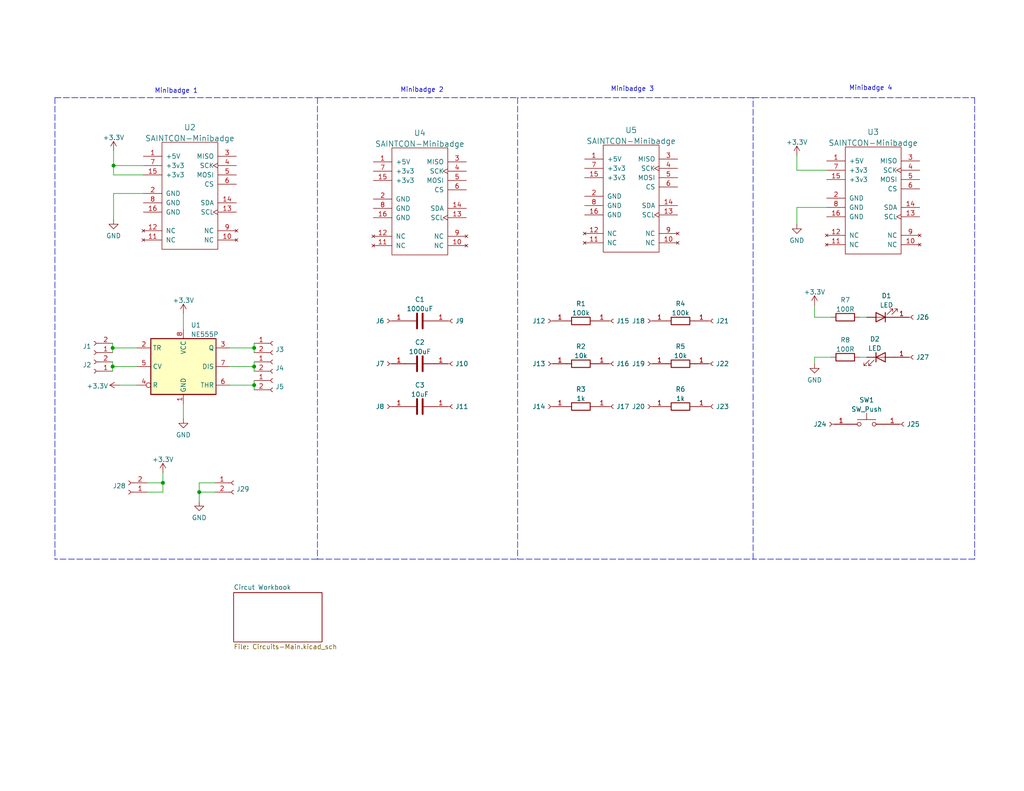
<source format=kicad_sch>
(kicad_sch (version 20211123) (generator eeschema)
  (paper "USLetter")
  (title_block (title "SAINTCON HHC MiniBadges 2022") (date "2022-09-26") (rev "v1.0") (company "@hamster"))
  (lib_symbols
    (symbol "Connector:Conn_01x01_Female" (pin_names (offset 1.016) hide)
      (property "Reference" "J" (at 0 2.54 0))
      (property "Value" "Conn_01x01_Female" (at 0 -2.54 0))
      (symbol "Conn_01x01_Female_1_1"
        (polyline (pts (xy -1.27 0) (xy -0.508 0)) (stroke (width 0.1524)))
        (arc (start 0 0.508) (mid -0.508 0) (end 0 -0.508) (stroke (width 0.1524)))
        (pin passive line (at -5.08 0 0) (length 3.81) (name "Pin_1") (number "1"))
      )
    )
    (symbol "Connector:Conn_01x02_Female" (pin_names (offset 1.016) hide)
      (property "Reference" "J" (at 0 2.54 0))
      (property "Value" "Conn_01x02_Female" (at 0 -5.08 0))
      (symbol "Conn_01x02_Female_1_1"
        (arc (start 0 -2.032) (mid -0.508 -2.54) (end 0 -3.048) (stroke (width 0.1524)))
        (polyline (pts (xy -1.27 -2.54) (xy -0.508 -2.54)) (stroke (width 0.1524)))
        (polyline (pts (xy -1.27 0) (xy -0.508 0)) (stroke (width 0.1524)))
        (arc (start 0 0.508) (mid -0.508 0) (end 0 -0.508) (stroke (width 0.1524)))
        (pin passive line (at -5.08 0 0) (length 3.81) (name "Pin_1") (number "1"))
        (pin passive line (at -5.08 -2.54 0) (length 3.81) (name "Pin_2") (number "2"))
      )
    )
    (symbol "Device:C" (pin_numbers hide) (pin_names (offset 0.254))
      (property "Reference" "C" (at 0.635 2.54 0))
      (property "Value" "C" (at 0.635 -2.54 0))
      (symbol "C_0_1"
        (polyline (pts (xy -2.032 -0.762) (xy 2.032 -0.762)) (stroke (width 0.508)))
        (polyline (pts (xy -2.032 0.762) (xy 2.032 0.762)) (stroke (width 0.508)))
      )
      (symbol "C_1_1"
        (pin passive line (at 0 3.81 270) (length 2.794) (name "~") (number "1"))
        (pin passive line (at 0 -3.81 90) (length 2.794) (name "~") (number "2"))
      )
    )
    (symbol "Device:LED" (pin_numbers hide) (pin_names (offset 1.016) hide)
      (property "Reference" "D" (at 0 2.54 0))
      (property "Value" "LED" (at 0 -2.54 0))
      (symbol "LED_0_1"
        (polyline (pts (xy -1.27 -1.27) (xy -1.27 1.27)) (stroke (width 0.254)))
        (polyline (pts (xy -1.27 0) (xy 1.27 0)))
        (polyline (pts (xy 1.27 -1.27) (xy 1.27 1.27) (xy -1.27 0) (xy 1.27 -1.27)) (stroke (width 0.254)))
        (polyline (pts (xy -3.048 -0.762) (xy -4.572 -2.286) (xy -3.81 -2.286) (xy -4.572 -2.286) (xy -4.572 -1.524)))
        (polyline (pts (xy -1.778 -0.762) (xy -3.302 -2.286) (xy -2.54 -2.286) (xy -3.302 -2.286) (xy -3.302 -1.524)))
      )
      (symbol "LED_1_1"
        (pin passive line (at -3.81 0 0) (length 2.54) (name "K") (number "1"))
        (pin passive line (at 3.81 0 180) (length 2.54) (name "A") (number "2"))
      )
    )
    (symbol "Device:R" (pin_numbers hide) (pin_names (offset 0))
      (property "Reference" "R" (at 2.032 0 90))
      (property "Value" "R" (at 0 0 90))
      (symbol "R_0_1"
        (rectangle (start -1.016 -2.54) (end 1.016 2.54) (stroke (width 0.254)))
      )
      (symbol "R_1_1"
        (pin passive line (at 0 3.81 270) (length 1.27) (name "~") (number "1"))
        (pin passive line (at 0 -3.81 90) (length 1.27) (name "~") (number "2"))
      )
    )
    (symbol "Switch:SW_Push" (pin_numbers hide) (pin_names (offset 1.016) hide)
      (property "Reference" "SW" (at 1.27 2.54 0))
      (property "Value" "SW_Push" (at 0 -1.524 0))
      (symbol "SW_Push_0_1"
        (circle (center -2.032 0) (radius 0.508))
        (polyline (pts (xy 0 1.27) (xy 0 3.048)))
        (polyline (pts (xy 2.54 1.27) (xy -2.54 1.27)))
        (circle (center 2.032 0) (radius 0.508))
        (pin passive line (at -5.08 0 0) (length 2.54) (name "1") (number "1"))
        (pin passive line (at 5.08 0 180) (length 2.54) (name "2") (number "2"))
      )
    )
    (symbol "Timer:NE555P"
      (property "Reference" "U" (at -10.16 8.89 0))
      (property "Value" "NE555P" (at 2.54 8.89 0))
      (symbol "NE555P_0_0"
        (pin power_in line (at 0 -10.16 90) (length 2.54) (name "GND") (number "1"))
        (pin power_in line (at 0 10.16 270) (length 2.54) (name "VCC") (number "8"))
      )
      (symbol "NE555P_0_1"
        (rectangle (start -8.89 -7.62) (end 8.89 7.62) (stroke (width 0.254)) (fill (type background)))
        (rectangle (start -8.89 -7.62) (end 8.89 7.62) (stroke (width 0.254)) (fill (type background)))
      )
      (symbol "NE555P_1_1"
        (pin input line (at -12.7 5.08 0) (length 3.81) (name "TR") (number "2"))
        (pin output line (at 12.7 5.08 180) (length 3.81) (name "Q") (number "3"))
        (pin input inverted (at -12.7 -5.08 0) (length 3.81) (name "R") (number "4"))
        (pin input line (at -12.7 0 0) (length 3.81) (name "CV") (number "5"))
        (pin input line (at 12.7 -5.08 180) (length 3.81) (name "THR") (number "6"))
        (pin input line (at 12.7 0 180) (length 3.81) (name "DIS") (number "7"))
      )
    )
    (symbol "power:+3.3V" (power) (pin_names (offset 0))
      (property "Value" "+3.3V" (at 0 3.556 0))
      (symbol "+3.3V_0_1"
        (polyline (pts (xy -0.762 1.27) (xy 0 2.54)))
        (polyline (pts (xy 0 0) (xy 0 2.54)))
        (polyline (pts (xy 0 2.54) (xy 0.762 1.27)))
      )
      (symbol "+3.3V_1_1"
        (pin power_in line (at 0 0 90) (length 0) hide (name "+3.3V") (number "1"))
      )
    )
    (symbol "power:GND" (power) (pin_names (offset 0))
      (property "Value" "GND" (at 0 -3.81 0))
      (symbol "GND_0_1"
        (polyline (pts (xy 0 0) (xy 0 -1.27) (xy 1.27 -1.27) (xy 0 -2.54) (xy -1.27 -1.27) (xy 0 -1.27)))
      )
      (symbol "GND_1_1"
        (pin power_in line (at 0 0 270) (length 0) hide (name "GND") (number "1"))
      )
    )
    (symbol "saintcon-minibadge:SAINTCON-Minibadge" (pin_names (offset 1.016))
      (property "Reference" "U" (at -6.35 11.43 0))
      (property "Value" "SAINTCON-Minibadge" (at 1.27 -20.32 0))
      (symbol "SAINTCON-Minibadge_0_1"
        (rectangle (start -7.62 10.16) (end 7.62 -19.05))
      )
      (symbol "SAINTCON-Minibadge_1_1"
        (pin power_in line (at -12.7 6.35 0) (length 5.08) (name "+5V") (number "1"))
        (pin no_connect line (at 12.7 -16.51 180) (length 5.08) (name "NC") (number "10"))
        (pin no_connect line (at -12.7 -16.51 0) (length 5.08) (name "NC") (number "11"))
        (pin no_connect line (at -12.7 -13.97 0) (length 5.08) (name "NC") (number "12"))
        (pin input clock (at 12.7 -8.89 180) (length 5.08) (name "SCL") (number "13"))
        (pin bidirectional line (at 12.7 -6.35 180) (length 5.08) (name "SDA") (number "14"))
        (pin power_in line (at -12.7 1.27 0) (length 5.08) (name "+3v3") (number "15"))
        (pin power_in line (at -12.7 -8.89 0) (length 5.08) (name "GND") (number "16"))
        (pin power_in line (at -12.7 -3.81 0) (length 5.08) (name "GND") (number "2"))
        (pin output line (at 12.7 6.35 180) (length 5.08) (name "MISO") (number "3"))
        (pin input clock (at 12.7 3.81 180) (length 5.08) (name "SCK") (number "4"))
        (pin input line (at 12.7 1.27 180) (length 5.08) (name "MOSI") (number "5"))
        (pin input line (at 12.7 -1.27 180) (length 5.08) (name "CS") (number "6"))
        (pin power_in line (at -12.7 3.81 0) (length 5.08) (name "+3v3") (number "7"))
        (pin power_in line (at -12.7 -6.35 0) (length 5.08) (name "GND") (number "8"))
        (pin no_connect line (at 12.7 -13.97 180) (length 5.08) (name "NC") (number "9"))
      )
    )
  )
  (junction (at 69.342 100.076))
  (junction (at 44.45 131.826))
  (junction (at 69.342 94.996))
  (junction (at 30.734 94.996))
  (junction (at 30.988 45.212))
  (junction (at 54.356 134.366))
  (junction (at 69.342 105.156))
  (junction (at 30.734 100.076))
  (wire (pts (xy 30.988 47.752) (xy 30.988 45.212)))
  (wire (pts (xy 30.988 52.832) (xy 30.988 59.944)))
  (wire (pts (xy 225.552 56.642) (xy 217.424 56.642)))
  (wire (pts (xy 30.734 94.996) (xy 30.734 93.726)))
  (polyline (pts (xy 14.986 26.67) (xy 14.986 152.654)))
  (polyline (pts (xy 265.938 26.67) (xy 265.938 152.654)))
  (wire (pts (xy 69.342 100.076) (xy 69.342 98.806)))
  (wire (pts (xy 30.988 45.212) (xy 39.116 45.212)))
  (wire (pts (xy 39.116 52.832) (xy 30.988 52.832)))
  (polyline (pts (xy 205.486 26.67) (xy 265.938 26.67)))
  (wire (pts (xy 30.734 100.076) (xy 30.734 101.346)))
  (wire (pts (xy 37.338 94.996) (xy 30.734 94.996)))
  (polyline (pts (xy 86.614 26.67) (xy 86.614 152.654)))
  (wire (pts (xy 54.356 134.366) (xy 58.674 134.366)))
  (wire (pts (xy 69.342 94.996) (xy 69.342 96.266)))
  (wire (pts (xy 39.116 47.752) (xy 30.988 47.752)))
  (wire (pts (xy 217.424 46.482) (xy 225.552 46.482)))
  (polyline (pts (xy 86.614 152.654) (xy 14.986 152.654)))
  (wire (pts (xy 234.442 97.536) (xy 236.474 97.536)))
  (polyline (pts (xy 265.938 152.654) (xy 205.486 152.654)))
  (polyline (pts (xy 14.986 26.67) (xy 86.614 26.67)))
  (wire (pts (xy 44.45 134.366) (xy 44.45 131.826)))
  (wire (pts (xy 69.342 105.156) (xy 69.342 106.426)))
  (wire (pts (xy 37.338 100.076) (xy 30.734 100.076)))
  (wire (pts (xy 54.356 134.366) (xy 54.356 136.906)))
  (wire (pts (xy 62.738 94.996) (xy 69.342 94.996)))
  (wire (pts (xy 234.442 86.614) (xy 236.474 86.614)))
  (wire (pts (xy 44.45 131.826) (xy 44.45 129.032)))
  (polyline (pts (xy 141.224 26.67) (xy 141.224 152.654)))
  (polyline (pts (xy 205.486 152.654) (xy 205.486 26.67)))
  (polyline (pts (xy 141.224 152.654) (xy 205.486 152.654)))
  (polyline (pts (xy 205.486 26.67) (xy 141.224 26.67)))
  (wire (pts (xy 40.132 134.366) (xy 44.45 134.366)))
  (wire (pts (xy 50.038 110.236) (xy 50.038 114.3)))
  (wire (pts (xy 32.512 105.156) (xy 37.338 105.156)))
  (wire (pts (xy 40.132 131.826) (xy 44.45 131.826)))
  (wire (pts (xy 69.342 100.076) (xy 69.342 101.346)))
  (polyline (pts (xy 86.614 26.67) (xy 141.224 26.67)))
  (wire (pts (xy 69.342 105.156) (xy 69.342 103.886)))
  (wire (pts (xy 62.738 105.156) (xy 69.342 105.156)))
  (wire (pts (xy 58.674 131.826) (xy 54.356 131.826)))
  (polyline (pts (xy 86.614 152.654) (xy 141.224 152.654)))
  (wire (pts (xy 50.038 85.598) (xy 50.038 89.916)))
  (wire (pts (xy 62.738 100.076) (xy 69.342 100.076)))
  (wire (pts (xy 226.822 86.614) (xy 222.25 86.614)))
  (wire (pts (xy 30.734 100.076) (xy 30.734 98.806)))
  (wire (pts (xy 222.25 86.614) (xy 222.25 83.312)))
  (wire (pts (xy 30.734 94.996) (xy 30.734 96.266)))
  (wire (pts (xy 226.822 97.536) (xy 222.25 97.536)))
  (wire (pts (xy 217.424 56.642) (xy 217.424 61.214)))
  (wire (pts (xy 54.356 131.826) (xy 54.356 134.366)))
  (wire (pts (xy 30.988 41.148) (xy 30.988 45.212)))
  (wire (pts (xy 222.25 97.536) (xy 222.25 99.314)))
  (wire (pts (xy 69.342 94.996) (xy 69.342 93.726)))
  (wire (pts (xy 217.424 42.418) (xy 217.424 46.482)))
  (text "Minibadge 4" (at 231.648 24.892 0) (effects (font (size 1.27 1.27)) (justify left bottom)))
  (text "Minibadge 3" (at 166.624 25.146 0) (effects (font (size 1.27 1.27)) (justify left bottom)))
  (text "Minibadge 2" (at 109.22 25.4 0) (effects (font (size 1.27 1.27)) (justify left bottom)))
  (text "Minibadge 1" (at 42.164 25.654 0) (effects (font (size 1.27 1.27)) (justify left bottom)))
  (symbol (lib_id "power:+3.3V") (at 50.038 85.598 0) (unit 1)
    (property "Reference" "#PWR0103" (effects hide))
    (property "Value" "+3.3V" (at 50.038 82.0222 0))
  )
  (symbol (lib_id "Device:R") (at 185.674 99.314 90) (unit 1)
    (property "Reference" "R5" (at 185.674 94.5982 90))
    (property "Value" "10k" (at 185.674 97.1351 90))
    (property "Footprint" "Resistor_THT:R_Axial_DIN0204_L3.6mm_D1.6mm_P2.54mm_Vertical" (effects hide))
  )
  (symbol (lib_id "Connector:Conn_01x01_Female") (at 176.784 87.63 180) (unit 1)
    (property "Reference" "J18" (at 176.022 87.63 0) (effects (justify left)))
    (property "Value" "Conn_01x01_Female" (effects hide))
    (property "Footprint" "Connector_PinSocket_2.54mm:PinSocket_1x01_P2.54mm_Vertical" (effects hide))
  )
  (symbol (lib_id "Connector:Conn_01x02_Female") (at 74.422 103.886 0) (unit 1)
    (property "Reference" "J5" (at 75.1332 105.5898 0) (effects (justify left)))
    (property "Value" "Conn_01x02_Female" (effects hide))
    (property "Footprint" "Connector_PinSocket_2.54mm:PinSocket_1x02_P2.54mm_Vertical" (effects hide))
  )
  (symbol (lib_id "Device:R") (at 158.496 87.63 90) (unit 1)
    (property "Reference" "R1" (at 158.496 82.9142 90))
    (property "Value" "100k" (at 158.496 85.4511 90))
    (property "Footprint" "Resistor_THT:R_Axial_DIN0204_L3.6mm_D1.6mm_P2.54mm_Vertical" (effects hide))
  )
  (symbol (lib_id "Connector:Conn_01x01_Female") (at 105.664 110.998 180) (unit 1)
    (property "Reference" "J8" (at 104.902 110.998 0) (effects (justify left)))
    (property "Value" "Conn_01x01_Female" (effects hide))
    (property "Footprint" "Connector_PinSocket_2.54mm:PinSocket_1x01_P2.54mm_Vertical" (effects hide))
  )
  (symbol (lib_id "Connector:Conn_01x01_Female") (at 194.564 87.63 0) (unit 1)
    (property "Reference" "J21" (at 195.326 87.63 0) (effects (justify left)))
    (property "Value" "Conn_01x01_Female" (effects hide))
    (property "Footprint" "Connector_PinSocket_2.54mm:PinSocket_1x01_P2.54mm_Vertical" (effects hide))
  )
  (symbol (lib_id "Connector:Conn_01x01_Female") (at 105.664 99.314 180) (unit 1)
    (property "Reference" "J7" (at 104.902 99.314 0) (effects (justify left)))
    (property "Value" "Conn_01x01_Female" (effects hide))
    (property "Footprint" "Connector_PinSocket_2.54mm:PinSocket_1x01_P2.54mm_Vertical" (effects hide))
  )
  (symbol (lib_id "Connector:Conn_01x01_Female") (at 167.386 87.63 0) (unit 1)
    (property "Reference" "J15" (at 168.148 87.63 0) (effects (justify left)))
    (property "Value" "Conn_01x01_Female" (effects hide))
    (property "Footprint" "Connector_PinSocket_2.54mm:PinSocket_1x01_P2.54mm_Vertical" (effects hide))
  )
  (symbol (lib_id "Device:R") (at 185.674 110.998 90) (unit 1)
    (property "Reference" "R6" (at 185.674 106.2822 90))
    (property "Value" "1k" (at 185.674 108.8191 90))
    (property "Footprint" "Resistor_THT:R_Axial_DIN0204_L3.6mm_D1.6mm_P2.54mm_Vertical" (effects hide))
  )
  (symbol (lib_id "Connector:Conn_01x01_Female") (at 249.174 86.614 0) (unit 1)
    (property "Reference" "J26" (at 249.936 86.614 0) (effects (justify left)))
    (property "Value" "Conn_01x01_Female" (effects hide))
    (property "Footprint" "Connector_PinSocket_2.54mm:PinSocket_1x01_P2.54mm_Vertical" (effects hide))
  )
  (symbol (lib_id "power:GND") (at 222.25 99.314 0) (unit 1)
    (property "Reference" "#PWR0111" (effects hide))
    (property "Value" "GND" (at 222.25 103.7574 0))
  )
  (symbol (lib_id "Device:R") (at 158.496 110.998 90) (unit 1)
    (property "Reference" "R3" (at 158.496 106.2822 90))
    (property "Value" "1k" (at 158.496 108.8191 90))
    (property "Footprint" "Resistor_THT:R_Axial_DIN0204_L3.6mm_D1.6mm_P2.54mm_Vertical" (effects hide))
  )
  (symbol (lib_id "Connector:Conn_01x01_Female") (at 194.564 110.998 0) (unit 1)
    (property "Reference" "J23" (at 195.326 110.998 0) (effects (justify left)))
    (property "Value" "Conn_01x01_Female" (effects hide))
    (property "Footprint" "Connector_PinSocket_2.54mm:PinSocket_1x01_P2.54mm_Vertical" (effects hide))
  )
  (symbol (lib_id "power:+3.3V") (at 222.25 83.312 0) (unit 1)
    (property "Reference" "#PWR0109" (effects hide))
    (property "Value" "+3.3V" (at 222.25 79.7362 0))
  )
  (symbol (lib_id "saintcon-minibadge:SAINTCON-Minibadge") (at 114.554 50.546 0) (unit 1)
    (property "Reference" "U4" (at 114.554 36.3019 0) (effects (font (size 1.524 1.524))))
    (property "Value" "SAINTCON-Minibadge" (at 114.554 39.2953 0) (effects (font (size 1.524 1.524))))
    (property "Footprint" "minibadge_kicad:SAINTCON-Minibadge-PowerOnly-Silk" (effects hide))
  )
  (symbol (lib_id "Connector:Conn_01x02_Female") (at 25.654 96.266 180) (unit 1)
    (property "Reference" "J1" (at 24.9428 94.5622 0) (effects (justify left)))
    (property "Value" "Conn_01x02_Female" (effects hide))
    (property "Footprint" "Connector_PinSocket_2.54mm:PinSocket_1x02_P2.54mm_Vertical" (effects hide))
  )
  (symbol (lib_id "Connector:Conn_01x01_Female") (at 149.606 87.63 180) (unit 1)
    (property "Reference" "J12" (at 148.844 87.63 0) (effects (justify left)))
    (property "Value" "Conn_01x01_Female" (effects hide))
    (property "Footprint" "Connector_PinSocket_2.54mm:PinSocket_1x01_P2.54mm_Vertical" (effects hide))
  )
  (symbol (lib_id "Connector:Conn_01x01_Female") (at 246.634 115.824 0) (unit 1)
    (property "Reference" "J25" (at 247.396 115.824 0) (effects (justify left)))
    (property "Value" "Conn_01x01_Female" (effects hide))
    (property "Footprint" "Connector_PinSocket_2.54mm:PinSocket_1x01_P2.54mm_Vertical" (effects hide))
  )
  (symbol (lib_id "Connector:Conn_01x01_Female") (at 194.564 99.314 0) (unit 1)
    (property "Reference" "J22" (at 195.326 99.314 0) (effects (justify left)))
    (property "Value" "Conn_01x01_Female" (effects hide))
    (property "Footprint" "Connector_PinSocket_2.54mm:PinSocket_1x01_P2.54mm_Vertical" (effects hide))
  )
  (symbol (lib_id "Connector:Conn_01x02_Female") (at 63.754 131.826 0) (unit 1)
    (property "Reference" "J29" (at 64.4652 133.5298 0) (effects (justify left)))
    (property "Value" "Conn_01x02_Female" (effects hide))
    (property "Footprint" "Connector_PinSocket_2.54mm:PinSocket_1x02_P2.54mm_Vertical" (effects hide))
  )
  (symbol (lib_id "Device:R") (at 230.632 97.536 90) (unit 1)
    (property "Reference" "R8" (at 230.632 92.8202 90))
    (property "Value" "100R" (at 230.632 95.3571 90))
    (property "Footprint" "Resistor_THT:R_Axial_DIN0204_L3.6mm_D1.6mm_P2.54mm_Vertical" (effects hide))
  )
  (symbol (lib_id "Connector:Conn_01x01_Female") (at 167.386 99.314 0) (unit 1)
    (property "Reference" "J16" (at 168.148 99.314 0) (effects (justify left)))
    (property "Value" "Conn_01x01_Female" (effects hide))
    (property "Footprint" "Connector_PinSocket_2.54mm:PinSocket_1x01_P2.54mm_Vertical" (effects hide))
  )
  (symbol (lib_id "power:GND") (at 30.988 59.944 0) (unit 1)
    (property "Reference" "#PWR0105" (effects hide))
    (property "Value" "GND" (at 30.988 64.3874 0))
  )
  (symbol (lib_id "saintcon-minibadge:SAINTCON-Minibadge") (at 51.816 49.022 0) (unit 1)
    (property "Reference" "U2" (at 51.816 34.7779 0) (effects (font (size 1.524 1.524))))
    (property "Value" "SAINTCON-Minibadge" (at 51.816 37.7713 0) (effects (font (size 1.524 1.524))))
    (property "Footprint" "minibadge_kicad:SAINTCON-Minibadge-PowerOnly-Silk" (effects hide))
  )
  (symbol (lib_id "Device:C") (at 114.554 110.998 90) (unit 1)
    (property "Reference" "C3" (at 114.554 105.1392 90))
    (property "Value" "10uF" (at 114.554 107.6761 90))
    (property "Footprint" "Capacitor_THT:C_Disc_D5.0mm_W2.5mm_P2.50mm" (effects hide))
  )
  (symbol (lib_id "power:+3.3V") (at 217.424 42.418 0) (unit 1)
    (property "Reference" "#PWR0106" (effects hide))
    (property "Value" "+3.3V" (at 217.424 38.8422 0))
  )
  (symbol (lib_id "power:+3.3V") (at 44.45 129.032 0) (unit 1)
    (property "Reference" "#PWR01" (effects hide))
    (property "Value" "+3.3V" (at 44.45 125.4562 0))
  )
  (symbol (lib_id "Connector:Conn_01x01_Female") (at 149.606 110.998 180) (unit 1)
    (property "Reference" "J14" (at 148.844 110.998 0) (effects (justify left)))
    (property "Value" "Conn_01x01_Female" (effects hide))
    (property "Footprint" "Connector_PinSocket_2.54mm:PinSocket_1x01_P2.54mm_Vertical" (effects hide))
  )
  (symbol (lib_id "power:GND") (at 50.038 114.3 0) (unit 1)
    (property "Reference" "#PWR0101" (effects hide))
    (property "Value" "GND" (at 50.038 118.7434 0))
  )
  (symbol (lib_id "power:GND") (at 54.356 136.906 0) (unit 1)
    (property "Reference" "#PWR02" (effects hide))
    (property "Value" "GND" (at 54.356 141.3494 0))
  )
  (symbol (lib_id "Device:C") (at 114.554 87.63 90) (unit 1)
    (property "Reference" "C1" (at 114.554 81.7712 90))
    (property "Value" "1000uF" (at 114.554 84.3081 90))
    (property "Footprint" "Capacitor_THT:CP_Radial_D8.0mm_P3.50mm" (effects hide))
  )
  (symbol (lib_id "Device:R") (at 230.632 86.614 90) (unit 1)
    (property "Reference" "R7" (at 230.632 81.8982 90))
    (property "Value" "100R" (at 230.632 84.4351 90))
    (property "Footprint" "Resistor_THT:R_Axial_DIN0204_L3.6mm_D1.6mm_P2.54mm_Vertical" (effects hide))
  )
  (symbol (lib_id "Connector:Conn_01x01_Female") (at 123.444 99.314 0) (unit 1)
    (property "Reference" "J10" (at 124.206 99.314 0) (effects (justify left)))
    (property "Value" "Conn_01x01_Female" (effects hide))
    (property "Footprint" "Connector_PinSocket_2.54mm:PinSocket_1x01_P2.54mm_Vertical" (effects hide))
  )
  (symbol (lib_id "Device:R") (at 158.496 99.314 90) (unit 1)
    (property "Reference" "R2" (at 158.496 94.5982 90))
    (property "Value" "10k" (at 158.496 97.1351 90))
    (property "Footprint" "Resistor_THT:R_Axial_DIN0204_L3.6mm_D1.6mm_P2.54mm_Vertical" (effects hide))
  )
  (symbol (lib_id "Connector:Conn_01x02_Female") (at 74.422 98.806 0) (unit 1)
    (property "Reference" "J4" (at 75.1332 100.5098 0) (effects (justify left)))
    (property "Value" "Conn_01x02_Female" (effects hide))
    (property "Footprint" "Connector_PinSocket_2.54mm:PinSocket_1x02_P2.54mm_Vertical" (effects hide))
  )
  (symbol (lib_id "Device:R") (at 185.674 87.63 90) (unit 1)
    (property "Reference" "R4" (at 185.674 82.9142 90))
    (property "Value" "100k" (at 185.674 85.4511 90))
    (property "Footprint" "Resistor_THT:R_Axial_DIN0204_L3.6mm_D1.6mm_P2.54mm_Vertical" (effects hide))
  )
  (symbol (lib_id "Switch:SW_Push") (at 236.474 115.824 0) (unit 1)
    (property "Reference" "SW1" (at 236.474 109.2032 0))
    (property "Value" "SW_Push" (at 236.474 111.7401 0))
    (property "Footprint" "Button_Switch_THT:SW_PUSH_6mm_H7.3mm" (effects hide))
  )
  (symbol (lib_id "Connector:Conn_01x01_Female") (at 123.444 87.63 0) (unit 1)
    (property "Reference" "J9" (at 124.206 87.63 0) (effects (justify left)))
    (property "Value" "Conn_01x01_Female" (effects hide))
    (property "Footprint" "Connector_PinSocket_2.54mm:PinSocket_1x01_P2.54mm_Vertical" (effects hide))
  )
  (symbol (lib_id "Connector:Conn_01x02_Female") (at 25.654 101.346 180) (unit 1)
    (property "Reference" "J2" (at 24.9428 99.6422 0) (effects (justify left)))
    (property "Value" "Conn_01x02_Female" (effects hide))
    (property "Footprint" "Connector_PinSocket_2.54mm:PinSocket_1x02_P2.54mm_Vertical" (effects hide))
  )
  (symbol (lib_id "Connector:Conn_01x02_Female") (at 74.422 93.726 0) (unit 1)
    (property "Reference" "J3" (at 75.1332 95.4298 0) (effects (justify left)))
    (property "Value" "Conn_01x02_Female" (effects hide))
    (property "Footprint" "Connector_PinSocket_2.54mm:PinSocket_1x02_P2.54mm_Vertical" (effects hide))
  )
  (symbol (lib_id "Connector:Conn_01x01_Female") (at 123.444 110.998 0) (unit 1)
    (property "Reference" "J11" (at 124.206 110.998 0) (effects (justify left)))
    (property "Value" "Conn_01x01_Female" (effects hide))
    (property "Footprint" "Connector_PinSocket_2.54mm:PinSocket_1x01_P2.54mm_Vertical" (effects hide))
  )
  (symbol (lib_id "Connector:Conn_01x01_Female") (at 249.174 97.536 0) (unit 1)
    (property "Reference" "J27" (at 249.936 97.536 0) (effects (justify left)))
    (property "Value" "Conn_01x01_Female" (effects hide))
    (property "Footprint" "Connector_PinSocket_2.54mm:PinSocket_1x01_P2.54mm_Vertical" (effects hide))
  )
  (symbol (lib_id "Connector:Conn_01x01_Female") (at 105.664 87.63 180) (unit 1)
    (property "Reference" "J6" (at 104.902 87.63 0) (effects (justify left)))
    (property "Value" "Conn_01x01_Female" (effects hide))
    (property "Footprint" "Connector_PinSocket_2.54mm:PinSocket_1x01_P2.54mm_Vertical" (effects hide))
  )
  (symbol (lib_id "Connector:Conn_01x01_Female") (at 226.314 115.824 180) (unit 1)
    (property "Reference" "J24" (at 225.552 115.824 0) (effects (justify left)))
    (property "Value" "Conn_01x01_Female" (effects hide))
    (property "Footprint" "Connector_PinSocket_2.54mm:PinSocket_1x01_P2.54mm_Vertical" (effects hide))
  )
  (symbol (lib_id "power:+3.3V") (at 32.512 105.156 90) (unit 1)
    (property "Reference" "#PWR0102" (effects hide))
    (property "Value" "+3.3V" (at 23.622 105.41 90) (effects (justify right)))
  )
  (symbol (lib_id "Connector:Conn_01x01_Female") (at 167.386 110.998 0) (unit 1)
    (property "Reference" "J17" (at 168.148 110.998 0) (effects (justify left)))
    (property "Value" "Conn_01x01_Female" (effects hide))
    (property "Footprint" "Connector_PinSocket_2.54mm:PinSocket_1x01_P2.54mm_Vertical" (effects hide))
  )
  (symbol (lib_id "Device:C") (at 114.554 99.314 90) (unit 1)
    (property "Reference" "C2" (at 114.554 93.4552 90))
    (property "Value" "100uF" (at 114.554 95.9921 90))
    (property "Footprint" "Capacitor_THT:CP_Radial_D5.0mm_P2.50mm" (effects hide))
  )
  (symbol (lib_id "Timer:NE555P") (at 50.038 100.076 0) (unit 1)
    (property "Reference" "U1" (at 52.0574 88.7562 0) (effects (justify left)))
    (property "Value" "NE555P" (at 52.0574 91.2931 0) (effects (justify left)))
    (property "Footprint" "Package_DIP:DIP-8_W7.62mm" (effects hide))
    (property "Datasheet" "http://www.ti.com/lit/ds/symlink/ne555.pdf" (effects hide))
  )
  (symbol (lib_id "power:GND") (at 217.424 61.214 0) (unit 1)
    (property "Reference" "#PWR0107" (effects hide))
    (property "Value" "GND" (at 217.424 65.6574 0))
  )
  (symbol (lib_id "Connector:Conn_01x01_Female") (at 176.784 99.314 180) (unit 1)
    (property "Reference" "J19" (at 176.022 99.314 0) (effects (justify left)))
    (property "Value" "Conn_01x01_Female" (effects hide))
    (property "Footprint" "Connector_PinSocket_2.54mm:PinSocket_1x01_P2.54mm_Vertical" (effects hide))
  )
  (symbol (lib_id "saintcon-minibadge:SAINTCON-Minibadge") (at 238.252 50.292 0) (unit 1)
    (property "Reference" "U3" (at 238.252 36.0479 0) (effects (font (size 1.524 1.524))))
    (property "Value" "SAINTCON-Minibadge" (at 238.252 39.0413 0) (effects (font (size 1.524 1.524))))
    (property "Footprint" "minibadge_kicad:SAINTCON-Minibadge-PowerOnly-Silk" (effects hide))
  )
  (symbol (lib_id "Connector:Conn_01x02_Female") (at 35.052 134.366 180) (unit 1)
    (property "Reference" "J28" (at 34.3408 132.6622 0) (effects (justify left)))
    (property "Value" "Conn_01x02_Female" (effects hide))
    (property "Footprint" "Connector_PinSocket_2.54mm:PinSocket_1x02_P2.54mm_Vertical" (effects hide))
  )
  (symbol (lib_id "Device:LED") (at 240.284 97.536 0) (unit 1)
    (property "Reference" "D2" (at 238.6965 92.5662 0))
    (property "Value" "LED" (at 238.6965 95.1031 0))
    (property "Footprint" "LED_THT:LED_D5.0mm" (effects hide))
  )
  (symbol (lib_id "Connector:Conn_01x01_Female") (at 149.606 99.314 180) (unit 1)
    (property "Reference" "J13" (at 148.844 99.314 0) (effects (justify left)))
    (property "Value" "Conn_01x01_Female" (effects hide))
    (property "Footprint" "Connector_PinSocket_2.54mm:PinSocket_1x01_P2.54mm_Vertical" (effects hide))
  )
  (symbol (lib_id "Connector:Conn_01x01_Female") (at 176.784 110.998 180) (unit 1)
    (property "Reference" "J20" (at 176.022 110.998 0) (effects (justify left)))
    (property "Value" "Conn_01x01_Female" (effects hide))
    (property "Footprint" "Connector_PinSocket_2.54mm:PinSocket_1x01_P2.54mm_Vertical" (effects hide))
  )
  (symbol (lib_id "power:+3.3V") (at 30.988 41.148 0) (unit 1)
    (property "Reference" "#PWR0104" (effects hide))
    (property "Value" "+3.3V" (at 30.988 37.5722 0))
  )
  (symbol (lib_id "Device:LED") (at 240.284 86.614 180) (unit 1)
    (property "Reference" "D1" (at 241.8715 80.7552 0))
    (property "Value" "LED" (at 241.8715 83.2921 0))
    (property "Footprint" "LED_THT:LED_D5.0mm" (effects hide))
  )
  (symbol (lib_id "saintcon-minibadge:SAINTCON-Minibadge") (at 172.212 49.784 0) (unit 1)
    (property "Reference" "U5" (at 172.212 35.5399 0) (effects (font (size 1.524 1.524))))
    (property "Value" "SAINTCON-Minibadge" (at 172.212 38.5333 0) (effects (font (size 1.524 1.524))))
    (property "Footprint" "minibadge_kicad:SAINTCON-Minibadge-PowerOnly-Silk" (effects hide))
  )
  (sheet (at 63.754 161.798) (size 24.13 13.462) (stroke (width 0.1524))
    (property "Sheet name" "Circut Workbook" (at 63.754 161.0864 0) (effects (justify left bottom)))
    (property "Sheet file" "Circuits-Main.kicad_sch" (at 63.754 175.8446 0) (effects (justify left top)))
  )
)
</source>
